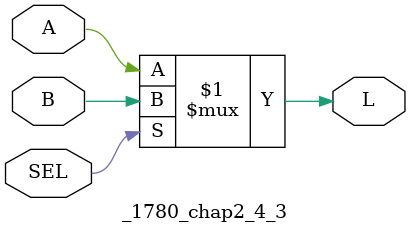
<source format=v>
module _1780_chap2_4_3 (A,B,SEL,L);
input A,B,SEL;
output L;
assign L = SEL ? B : A;
endmodule
</source>
